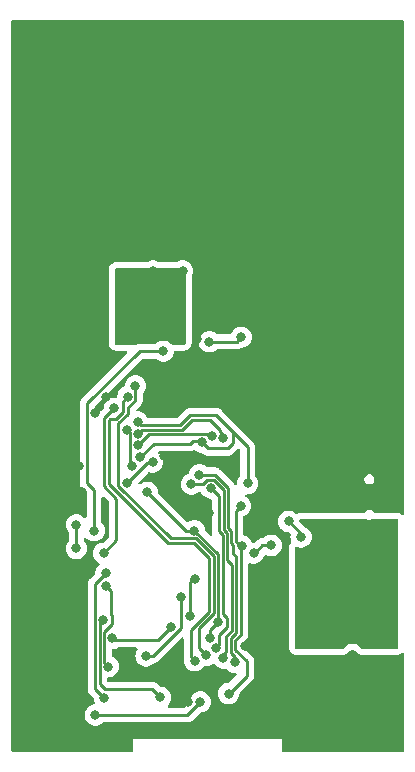
<source format=gbr>
%TF.GenerationSoftware,KiCad,Pcbnew,8.0.0*%
%TF.CreationDate,2024-03-03T14:06:41-06:00*%
%TF.ProjectId,Clock1,436c6f63-6b31-42e6-9b69-6361645f7063,4*%
%TF.SameCoordinates,Original*%
%TF.FileFunction,Copper,L2,Bot*%
%TF.FilePolarity,Positive*%
%FSLAX46Y46*%
G04 Gerber Fmt 4.6, Leading zero omitted, Abs format (unit mm)*
G04 Created by KiCad (PCBNEW 8.0.0) date 2024-03-03 14:06:41*
%MOMM*%
%LPD*%
G01*
G04 APERTURE LIST*
%TA.AperFunction,ViaPad*%
%ADD10C,0.800000*%
%TD*%
%TA.AperFunction,Conductor*%
%ADD11C,0.250000*%
%TD*%
G04 APERTURE END LIST*
D10*
%TO.N,GND*%
X150100000Y-124800000D03*
%TO.N,VDD*%
X148242504Y-130221815D03*
%TO.N,USB_PWR_5V*%
X143050000Y-107150000D03*
%TO.N,VDD*%
X141350000Y-104400000D03*
X140400000Y-105750000D03*
%TO.N,/PB1*%
X145250000Y-109900000D03*
%TO.N,VDD*%
X154900000Y-99900000D03*
%TO.N,GND*%
X142550000Y-97450000D03*
X145050000Y-95950000D03*
X164050000Y-115500000D03*
X146800000Y-98700000D03*
X144800000Y-112450000D03*
X144000000Y-106500000D03*
X165300000Y-121200000D03*
X165550000Y-125200000D03*
X160883722Y-123229000D03*
X153300000Y-111700000D03*
X144200000Y-109500000D03*
X142550000Y-99450000D03*
X159680411Y-122933000D03*
X145050000Y-98700000D03*
X147800000Y-93700000D03*
X146800000Y-95950000D03*
X161550000Y-116700000D03*
X150800000Y-123450000D03*
X149408297Y-108186638D03*
X163550000Y-125200000D03*
X145300000Y-93700000D03*
X142550000Y-95450000D03*
X148800000Y-115700000D03*
%TO.N,Net-(J3-VHDR)*%
X148808637Y-119780205D03*
X148439915Y-122911291D03*
%TO.N,Net-(D1-K)*%
X153817061Y-117606306D03*
X146777875Y-123861374D03*
X155300000Y-116950000D03*
X141833000Y-124815025D03*
%TO.N,Net-(J3-VDH)*%
X141306000Y-119307334D03*
X141179000Y-129900000D03*
%TO.N,Net-(J3-VDDD)*%
X145924163Y-129824163D03*
X141079000Y-123257025D03*
%TO.N,Net-(J3-VCOM)*%
X141306000Y-120381868D03*
X141506000Y-127200000D03*
%TO.N,Net-(D2-A)*%
X147660915Y-121278906D03*
X144700000Y-126300000D03*
%TO.N,/epaper/epaper.spi_cs*%
X149760015Y-126256523D03*
X143800000Y-103450000D03*
%TO.N,/epaper/epaper.spi_scl*%
X143148500Y-104360977D03*
X148808361Y-126709599D03*
%TO.N,/epaper/epaper.spi_sda*%
X140400000Y-131300000D03*
X141100837Y-117606000D03*
X149296122Y-130193351D03*
X142003589Y-105329848D03*
%TO.N,/epaper/epaper.gpio_bs*%
X152245944Y-126849291D03*
X149217613Y-110961434D03*
%TO.N,/epaper/epaper.gpio_dc*%
X150200000Y-112100000D03*
X150620012Y-125647158D03*
%TO.N,/epaper/epaper.gpio_busy_n*%
X152800000Y-116975000D03*
X152700000Y-113600000D03*
X151700000Y-129500000D03*
%TO.N,/epaper/epaper.gpio_reset_n*%
X148535555Y-111765000D03*
X151238986Y-126486986D03*
%TO.N,VDD*%
X165800000Y-101200000D03*
X162178779Y-126195164D03*
X149050000Y-99450000D03*
X164750000Y-129250000D03*
X150050000Y-114200000D03*
X146044450Y-111929426D03*
X154800000Y-109200000D03*
X153550000Y-115500000D03*
X146220950Y-109417697D03*
X165800000Y-95450000D03*
X139050000Y-110200000D03*
X139300000Y-112450000D03*
X153050000Y-125450000D03*
X134550000Y-115200000D03*
X141550000Y-101700000D03*
%TO.N,USB_DP*%
X144000000Y-107500000D03*
X151223332Y-107841181D03*
%TO.N,USB_DM*%
X144050000Y-108450000D03*
X150300000Y-107647002D03*
%TO.N,/nRESET*%
X152757725Y-99319000D03*
X150050000Y-99700000D03*
%TO.N,/PB1*%
X138800000Y-117200000D03*
X143050000Y-111700000D03*
X138800000Y-115200000D03*
%TO.N,/PB2*%
X146165742Y-100500000D03*
X140300000Y-115700000D03*
%TO.N,USB_PWR_5V*%
X156776490Y-114921354D03*
X143500000Y-110200000D03*
X157827000Y-116231501D03*
%TD*%
D11*
%TO.N,GND*%
X150100000Y-124800000D02*
X150100000Y-124150000D01*
%TO.N,/epaper/epaper.gpio_dc*%
X150900000Y-125367170D02*
X150620012Y-125647158D01*
X150900000Y-124533158D02*
X150900000Y-125367170D01*
X151177000Y-122725327D02*
X151579000Y-123127327D01*
X151579000Y-123127327D02*
X151579000Y-123854158D01*
X151177000Y-116043841D02*
X151177000Y-122725327D01*
X150200000Y-112100000D02*
X150900000Y-112800000D01*
%TO.N,/epaper/epaper.spi_cs*%
X143800000Y-104631545D02*
X143800000Y-103450000D01*
X143159589Y-105808680D02*
X143159589Y-105271956D01*
X142343086Y-106625183D02*
X143159589Y-105808680D01*
%TO.N,GND*%
X150100000Y-124150000D02*
X150800000Y-123450000D01*
%TO.N,/epaper/epaper.spi_cs*%
X146779932Y-116352000D02*
X142343086Y-111915154D01*
X148918842Y-116352000D02*
X146779932Y-116352000D01*
X150423000Y-117856158D02*
X148918842Y-116352000D01*
X150423000Y-122700000D02*
X150423000Y-117856158D01*
X149171000Y-125667508D02*
X149171000Y-123952000D01*
X149760015Y-126256523D02*
X149171000Y-125667508D01*
X143159589Y-105271956D02*
X143800000Y-104631545D01*
X142343086Y-111915154D02*
X142343086Y-106625183D01*
%TO.N,/epaper/epaper.spi_scl*%
X148521000Y-126422238D02*
X148808361Y-126709599D01*
X150016842Y-122573000D02*
X148521000Y-124068842D01*
%TO.N,/epaper/epaper.gpio_dc*%
X151579000Y-123854158D02*
X150900000Y-124533158D01*
%TO.N,/epaper/epaper.spi_scl*%
X150016842Y-117983158D02*
X150016842Y-122573000D01*
X148521000Y-124068842D02*
X148521000Y-126422238D01*
X148762684Y-116729000D02*
X150016842Y-117983158D01*
%TO.N,/epaper/epaper.gpio_dc*%
X150900000Y-115766842D02*
X151177000Y-116043841D01*
%TO.N,/epaper/epaper.spi_scl*%
X146579000Y-116729000D02*
X148762684Y-116729000D01*
%TO.N,/epaper/epaper.spi_cs*%
X149171000Y-123952000D02*
X150423000Y-122700000D01*
%TO.N,/epaper/epaper.spi_scl*%
X141571000Y-111721000D02*
X146579000Y-116729000D01*
X142186927Y-106248183D02*
X141618412Y-106248183D01*
%TO.N,/epaper/epaper.gpio_dc*%
X150900000Y-112800000D02*
X150900000Y-115766842D01*
%TO.N,/epaper/epaper.spi_scl*%
X142782589Y-105652521D02*
X142186927Y-106248183D01*
X143148500Y-104360977D02*
X142782589Y-104726888D01*
X141571000Y-106295595D02*
X141571000Y-111721000D01*
X141618412Y-106248183D02*
X141571000Y-106295595D01*
X142782589Y-104726888D02*
X142782589Y-105652521D01*
%TO.N,/epaper/epaper.spi_sda*%
X148189473Y-131300000D02*
X149296122Y-130193351D01*
X140400000Y-131300000D02*
X148189473Y-131300000D01*
%TO.N,Net-(J3-VCOM)*%
X141154000Y-126848000D02*
X141506000Y-127200000D01*
X141858000Y-123579698D02*
X141154000Y-124283698D01*
%TO.N,Net-(J3-VDDD)*%
X140777000Y-123559025D02*
X141079000Y-123257025D01*
X140777000Y-128699068D02*
X140777000Y-123559025D01*
%TO.N,Net-(J3-VCOM)*%
X141708000Y-122784352D02*
X141858000Y-122934352D01*
%TO.N,Net-(J3-VDDD)*%
X145221000Y-129121000D02*
X141198932Y-129121000D01*
%TO.N,Net-(J3-VCOM)*%
X141306000Y-120381868D02*
X141708000Y-120783868D01*
%TO.N,Net-(J3-VDDD)*%
X146000000Y-129900000D02*
X145221000Y-129121000D01*
%TO.N,Net-(J3-VCOM)*%
X141858000Y-122934352D02*
X141858000Y-123579698D01*
%TO.N,Net-(J3-VDDD)*%
X141198932Y-129121000D02*
X140777000Y-128699068D01*
%TO.N,Net-(D1-K)*%
X145689249Y-124950000D02*
X141967975Y-124950000D01*
X146777875Y-123861374D02*
X145689249Y-124950000D01*
%TO.N,Net-(J3-VCOM)*%
X141708000Y-120783868D02*
X141708000Y-122784352D01*
%TO.N,Net-(D1-K)*%
X141967975Y-124950000D02*
X141833000Y-124815025D01*
%TO.N,Net-(J3-VDH)*%
X141179000Y-129900000D02*
X140400000Y-129121000D01*
X140400000Y-129121000D02*
X140400000Y-120213334D01*
X140400000Y-120213334D02*
X141306000Y-119307334D01*
%TO.N,Net-(J3-VCOM)*%
X141154000Y-124283698D02*
X141154000Y-126848000D01*
%TO.N,/epaper/epaper.spi_sda*%
X141153693Y-106179744D02*
X142003589Y-105329848D01*
X141153693Y-106646307D02*
X141153693Y-106179744D01*
X141100000Y-106700000D02*
X141153693Y-106646307D01*
X141100000Y-111915024D02*
X141100000Y-106700000D01*
X142186706Y-116520131D02*
X142186706Y-113001730D01*
X141100837Y-117606000D02*
X142186706Y-116520131D01*
X142186706Y-113001730D02*
X141100000Y-111915024D01*
%TO.N,USB_PWR_5V*%
X143150000Y-107150000D02*
X143050000Y-107150000D01*
X143348000Y-107348000D02*
X143150000Y-107150000D01*
X143348000Y-110048000D02*
X143348000Y-107348000D01*
X143500000Y-110200000D02*
X143348000Y-110048000D01*
%TO.N,VDD*%
X141200000Y-104550000D02*
X141350000Y-104400000D01*
%TO.N,/PB2*%
X140300000Y-112250000D02*
X139721000Y-111671000D01*
X144148327Y-100500000D02*
X146165742Y-100500000D01*
%TO.N,VDD*%
X140400000Y-105350000D02*
X141200000Y-104550000D01*
%TO.N,/PB2*%
X140300000Y-115700000D02*
X140300000Y-112250000D01*
X139721000Y-104927327D02*
X144148327Y-100500000D01*
%TO.N,VDD*%
X140400000Y-105750000D02*
X140400000Y-105350000D01*
%TO.N,/PB2*%
X139721000Y-111671000D02*
X139721000Y-104927327D01*
%TO.N,VDD*%
X146044450Y-111929426D02*
X146220950Y-111752926D01*
%TO.N,/PB1*%
X145200000Y-109950000D02*
X145250000Y-109900000D01*
%TO.N,VDD*%
X146220950Y-111752926D02*
X146220950Y-109417697D01*
%TO.N,/PB1*%
X144800000Y-109950000D02*
X145200000Y-109950000D01*
X143050000Y-111700000D02*
X144800000Y-109950000D01*
%TO.N,GND*%
X147586204Y-106780638D02*
X148443842Y-105923000D01*
X149950659Y-108729000D02*
X149408297Y-108186638D01*
X151622673Y-108729000D02*
X149950659Y-108729000D01*
X145373000Y-108327000D02*
X148456159Y-108327000D01*
X148443842Y-105923000D02*
X150623000Y-105923000D01*
X144200000Y-109500000D02*
X145373000Y-108327000D01*
X144000000Y-106500000D02*
X144280638Y-106780638D01*
X148677000Y-108106159D02*
X149327818Y-108106159D01*
X149327818Y-108106159D02*
X149408297Y-108186638D01*
X151900000Y-107200000D02*
X152079000Y-107379000D01*
X148456159Y-108327000D02*
X148677000Y-108106159D01*
X151900000Y-107200000D02*
X153300000Y-108600000D01*
X152079000Y-107379000D02*
X152079000Y-108272673D01*
X144800000Y-112450000D02*
X148050000Y-115700000D01*
X150623000Y-105923000D02*
X151900000Y-107200000D01*
X150800000Y-117700000D02*
X148800000Y-115700000D01*
X152079000Y-108272673D02*
X151622673Y-108729000D01*
X144280638Y-106780638D02*
X147586204Y-106780638D01*
X150800000Y-123450000D02*
X150800000Y-117700000D01*
X153300000Y-108600000D02*
X153300000Y-111700000D01*
X148050000Y-115700000D02*
X148800000Y-115700000D01*
%TO.N,Net-(J3-VHDR)*%
X148719795Y-119780205D02*
X148808637Y-119780205D01*
X148439915Y-120060085D02*
X148719795Y-119780205D01*
X148439915Y-122911291D02*
X148439915Y-120060085D01*
%TO.N,Net-(D1-K)*%
X153893694Y-117606306D02*
X153817061Y-117606306D01*
X153893694Y-117606306D02*
X154550000Y-116950000D01*
X154550000Y-116950000D02*
X155300000Y-116950000D01*
%TO.N,Net-(D2-A)*%
X147660915Y-123900402D02*
X147660915Y-121278906D01*
X144700000Y-126300000D02*
X145261317Y-126300000D01*
X145261317Y-126300000D02*
X147660915Y-123900402D01*
%TO.N,/epaper/epaper.gpio_bs*%
X151931000Y-116769690D02*
X151931001Y-115731525D01*
X151931001Y-115731525D02*
X151654000Y-115454523D01*
X152102174Y-117652698D02*
X152102174Y-116940864D01*
X150516660Y-110961434D02*
X149217613Y-110961434D01*
X152245944Y-126849291D02*
X152245944Y-126392271D01*
X152102174Y-116940864D02*
X151931000Y-116769690D01*
X152245944Y-126392271D02*
X151885731Y-126032058D01*
X151885731Y-124782258D02*
X152333000Y-124334989D01*
X151654000Y-112098773D02*
X150516660Y-110961434D01*
X151885731Y-126032058D02*
X151885731Y-124782258D01*
X152333000Y-117883524D02*
X152102174Y-117652698D01*
X152333000Y-124334989D02*
X152333000Y-117883524D01*
X151654000Y-115454523D02*
X151654000Y-112098773D01*
%TO.N,/epaper/epaper.gpio_busy_n*%
X152800000Y-116975000D02*
X152669468Y-116975000D01*
X152669468Y-116975000D02*
X152521000Y-116826532D01*
X152710000Y-124491147D02*
X152710000Y-117015532D01*
X152271000Y-124930147D02*
X152710000Y-124491147D01*
X151700000Y-129500000D02*
X153227327Y-127972673D01*
X153227327Y-127972673D02*
X153227327Y-126729000D01*
X152308001Y-113991999D02*
X152700000Y-113600000D01*
X152308001Y-116613533D02*
X152308001Y-113991999D01*
X152710000Y-117015532D02*
X152521000Y-116826532D01*
X152271000Y-125772673D02*
X152271000Y-124930147D01*
X153227327Y-126729000D02*
X152271000Y-125772673D01*
X152521000Y-116826532D02*
X152308001Y-116613533D01*
%TO.N,/epaper/epaper.gpio_reset_n*%
X151554000Y-118190505D02*
X151956000Y-118592505D01*
X151508731Y-124626100D02*
X151508731Y-125960809D01*
X151956000Y-124178831D02*
X151508731Y-124626100D01*
X149852000Y-111448000D02*
X150470068Y-111448000D01*
X150470068Y-111448000D02*
X151277000Y-112254932D01*
X151554000Y-115887683D02*
X151554000Y-118190505D01*
X151508731Y-125960809D02*
X151238986Y-126230554D01*
X149535000Y-111765000D02*
X149852000Y-111448000D01*
X151277000Y-115610682D02*
X151554000Y-115887683D01*
X151277000Y-112254932D02*
X151277000Y-115610682D01*
X151956000Y-118592505D02*
X151956000Y-124178831D01*
X151238986Y-126230554D02*
X151238986Y-126486986D01*
X148535555Y-111765000D02*
X149535000Y-111765000D01*
%TO.N,USB_DP*%
X151000000Y-107200000D02*
X151000000Y-107359981D01*
X151000000Y-107200000D02*
X150900000Y-107100000D01*
X150900000Y-107100000D02*
X150900000Y-107200000D01*
X151000000Y-107359981D02*
X151223332Y-107583313D01*
X147742362Y-107157638D02*
X148600000Y-106300000D01*
X150100000Y-106300000D02*
X150900000Y-107100000D01*
X148600000Y-106300000D02*
X150100000Y-106300000D01*
X144000000Y-107500000D02*
X144342362Y-107157638D01*
X144342362Y-107157638D02*
X147742362Y-107157638D01*
X151223332Y-107583313D02*
X151223332Y-107841181D01*
X150900000Y-107200000D02*
X151000000Y-107200000D01*
%TO.N,USB_DM*%
X144965362Y-107534638D02*
X147965362Y-107534638D01*
X149884638Y-107534638D02*
X149997002Y-107647002D01*
X144050000Y-108450000D02*
X144965362Y-107534638D01*
X149997002Y-107647002D02*
X150300000Y-107647002D01*
X147965362Y-107534638D02*
X149884638Y-107534638D01*
%TO.N,/nRESET*%
X150050000Y-99700000D02*
X152376725Y-99700000D01*
X152376725Y-99700000D02*
X152757725Y-99319000D01*
%TO.N,/PB1*%
X138800000Y-115200000D02*
X138800000Y-117200000D01*
%TO.N,USB_PWR_5V*%
X157827000Y-115971864D02*
X157827000Y-116231501D01*
X156776490Y-114921354D02*
X157827000Y-115971864D01*
%TD*%
%TA.AperFunction,Conductor*%
%TO.N,GND*%
G36*
X147993039Y-93469685D02*
G01*
X148038794Y-93522489D01*
X148050000Y-93574000D01*
X148050000Y-99826000D01*
X148030315Y-99893039D01*
X147977511Y-99938794D01*
X147926000Y-99950000D01*
X146937470Y-99950000D01*
X146870431Y-99930315D01*
X146845320Y-99908972D01*
X146835924Y-99898537D01*
X146771613Y-99827112D01*
X146771612Y-99827111D01*
X146618476Y-99715851D01*
X146618471Y-99715848D01*
X146445549Y-99638857D01*
X146445544Y-99638855D01*
X146299743Y-99607865D01*
X146260388Y-99599500D01*
X146071096Y-99599500D01*
X146038639Y-99606398D01*
X145885939Y-99638855D01*
X145885934Y-99638857D01*
X145713012Y-99715848D01*
X145713007Y-99715851D01*
X145559872Y-99827110D01*
X145559868Y-99827114D01*
X145554142Y-99833474D01*
X145494655Y-99870121D01*
X145461994Y-99874500D01*
X144086716Y-99874500D01*
X144026298Y-99886518D01*
X143965875Y-99898537D01*
X143965870Y-99898538D01*
X143931873Y-99912620D01*
X143918724Y-99918067D01*
X143864419Y-99940561D01*
X143816967Y-99950000D01*
X142174000Y-99950000D01*
X142106961Y-99930315D01*
X142061206Y-99877511D01*
X142050000Y-99826000D01*
X142050000Y-93574000D01*
X142069685Y-93506961D01*
X142122489Y-93461206D01*
X142174000Y-93450000D01*
X147926000Y-93450000D01*
X147993039Y-93469685D01*
G37*
%TD.AperFunction*%
%TD*%
%TA.AperFunction,Conductor*%
%TO.N,VDD*%
G36*
X152569170Y-108769606D02*
G01*
X152613517Y-108798107D01*
X152638181Y-108822771D01*
X152671666Y-108884094D01*
X152674500Y-108910452D01*
X152674500Y-111001312D01*
X152654815Y-111068351D01*
X152642650Y-111084284D01*
X152567466Y-111167784D01*
X152472821Y-111331715D01*
X152472818Y-111331722D01*
X152445143Y-111416899D01*
X152414326Y-111511744D01*
X152396525Y-111681114D01*
X152395775Y-111688253D01*
X152369190Y-111752867D01*
X152311893Y-111792852D01*
X152242074Y-111795512D01*
X152181900Y-111760003D01*
X152169351Y-111744180D01*
X152139859Y-111700041D01*
X152139855Y-111700036D01*
X152049637Y-111609818D01*
X152049606Y-111609789D01*
X151009588Y-110569772D01*
X151009585Y-110569768D01*
X151009585Y-110569769D01*
X151002518Y-110562702D01*
X151002518Y-110562701D01*
X150915393Y-110475576D01*
X150915392Y-110475575D01*
X150915391Y-110475574D01*
X150884514Y-110454943D01*
X150867234Y-110434267D01*
X150812948Y-110407123D01*
X150788313Y-110396919D01*
X150746263Y-110379501D01*
X150724550Y-110370507D01*
X150699118Y-110359973D01*
X150699106Y-110359969D01*
X150578270Y-110335934D01*
X150578266Y-110335934D01*
X149921361Y-110335934D01*
X149854322Y-110316249D01*
X149829213Y-110294908D01*
X149823486Y-110288548D01*
X149823482Y-110288544D01*
X149670347Y-110177285D01*
X149670342Y-110177282D01*
X149497420Y-110100291D01*
X149497415Y-110100289D01*
X149351614Y-110069299D01*
X149312259Y-110060934D01*
X149122967Y-110060934D01*
X149090510Y-110067832D01*
X148937810Y-110100289D01*
X148937805Y-110100291D01*
X148764883Y-110177282D01*
X148764878Y-110177285D01*
X148611742Y-110288545D01*
X148485079Y-110429219D01*
X148390434Y-110593149D01*
X148390431Y-110593156D01*
X148331940Y-110773173D01*
X148331938Y-110773183D01*
X148328752Y-110803490D01*
X148302166Y-110868103D01*
X148255869Y-110903803D01*
X148082822Y-110980850D01*
X148082820Y-110980851D01*
X147929684Y-111092111D01*
X147803021Y-111232785D01*
X147708376Y-111396715D01*
X147708373Y-111396722D01*
X147658733Y-111549500D01*
X147649881Y-111576744D01*
X147630095Y-111765000D01*
X147649881Y-111953256D01*
X147649882Y-111953259D01*
X147708373Y-112133277D01*
X147708376Y-112133284D01*
X147803022Y-112297216D01*
X147904740Y-112410185D01*
X147929684Y-112437888D01*
X148082820Y-112549148D01*
X148082825Y-112549151D01*
X148255747Y-112626142D01*
X148255752Y-112626144D01*
X148440909Y-112665500D01*
X148440910Y-112665500D01*
X148630199Y-112665500D01*
X148630201Y-112665500D01*
X148815358Y-112626144D01*
X148988285Y-112549151D01*
X149141426Y-112437888D01*
X149144343Y-112434647D01*
X149147155Y-112431526D01*
X149206642Y-112394879D01*
X149239303Y-112390500D01*
X149257663Y-112390500D01*
X149324702Y-112410185D01*
X149370457Y-112462989D01*
X149370942Y-112464062D01*
X149372823Y-112468288D01*
X149381980Y-112484148D01*
X149467467Y-112632216D01*
X149591068Y-112769488D01*
X149594129Y-112772888D01*
X149747265Y-112884148D01*
X149747270Y-112884151D01*
X149920192Y-112961142D01*
X149920197Y-112961144D01*
X150105354Y-113000500D01*
X150150500Y-113000500D01*
X150217539Y-113020185D01*
X150263294Y-113072989D01*
X150274500Y-113124500D01*
X150274500Y-115828454D01*
X150293236Y-115922645D01*
X150298537Y-115949294D01*
X150314798Y-115988551D01*
X150317825Y-115995859D01*
X150325293Y-116065329D01*
X150294017Y-116127808D01*
X150233928Y-116163460D01*
X150164103Y-116160965D01*
X150115582Y-116130992D01*
X149738960Y-115754370D01*
X149705475Y-115693047D01*
X149703323Y-115679671D01*
X149685674Y-115511744D01*
X149627179Y-115331716D01*
X149532533Y-115167784D01*
X149405871Y-115027112D01*
X149405870Y-115027111D01*
X149252734Y-114915851D01*
X149252729Y-114915848D01*
X149079807Y-114838857D01*
X149079802Y-114838855D01*
X148934001Y-114807865D01*
X148894646Y-114799500D01*
X148705354Y-114799500D01*
X148672897Y-114806398D01*
X148520197Y-114838855D01*
X148520192Y-114838857D01*
X148347270Y-114915848D01*
X148318945Y-114936428D01*
X148253138Y-114959907D01*
X148185085Y-114944081D01*
X148158380Y-114923790D01*
X145738960Y-112504370D01*
X145705475Y-112443047D01*
X145703323Y-112429671D01*
X145685674Y-112261744D01*
X145627179Y-112081716D01*
X145532533Y-111917784D01*
X145405871Y-111777112D01*
X145405870Y-111777111D01*
X145252734Y-111665851D01*
X145252729Y-111665848D01*
X145079807Y-111588857D01*
X145079802Y-111588855D01*
X144932100Y-111557461D01*
X144894646Y-111549500D01*
X144705354Y-111549500D01*
X144672897Y-111556398D01*
X144520197Y-111588855D01*
X144520192Y-111588857D01*
X144347270Y-111665848D01*
X144347265Y-111665851D01*
X144237693Y-111745460D01*
X144171886Y-111768940D01*
X144103833Y-111753114D01*
X144055138Y-111703008D01*
X144041263Y-111634530D01*
X144066612Y-111569421D01*
X144077119Y-111557469D01*
X144843443Y-110791145D01*
X144904764Y-110757662D01*
X144963665Y-110760612D01*
X144963840Y-110759793D01*
X144968934Y-110760875D01*
X144969456Y-110760902D01*
X144970184Y-110761138D01*
X144970197Y-110761144D01*
X145155354Y-110800500D01*
X145155355Y-110800500D01*
X145344644Y-110800500D01*
X145344646Y-110800500D01*
X145529803Y-110761144D01*
X145702730Y-110684151D01*
X145855871Y-110572888D01*
X145982533Y-110432216D01*
X146077179Y-110268284D01*
X146135674Y-110088256D01*
X146155460Y-109900000D01*
X146135674Y-109711744D01*
X146077179Y-109531716D01*
X145982533Y-109367784D01*
X145855871Y-109227112D01*
X145839003Y-109214857D01*
X145786647Y-109176818D01*
X145743981Y-109121489D01*
X145738002Y-109051875D01*
X145770607Y-108990080D01*
X145831446Y-108955723D01*
X145859532Y-108952500D01*
X148517766Y-108952500D01*
X148578188Y-108940481D01*
X148638611Y-108928463D01*
X148679680Y-108911451D01*
X148679682Y-108911451D01*
X148707280Y-108900019D01*
X148739217Y-108886790D01*
X148808685Y-108879321D01*
X148859555Y-108901033D01*
X148955562Y-108970786D01*
X148955567Y-108970789D01*
X149128489Y-109047780D01*
X149128494Y-109047782D01*
X149313651Y-109087138D01*
X149372844Y-109087138D01*
X149439883Y-109106823D01*
X149460520Y-109123452D01*
X149513886Y-109176818D01*
X149551927Y-109214859D01*
X149654371Y-109283310D01*
X149654374Y-109283312D01*
X149691129Y-109298536D01*
X149691130Y-109298537D01*
X149691131Y-109298537D01*
X149768207Y-109330463D01*
X149788256Y-109334451D01*
X149821855Y-109341134D01*
X149889051Y-109354501D01*
X149889053Y-109354501D01*
X150018380Y-109354501D01*
X150018400Y-109354500D01*
X151684281Y-109354500D01*
X151684281Y-109354499D01*
X151762929Y-109338856D01*
X151762930Y-109338856D01*
X151785080Y-109334450D01*
X151805125Y-109330463D01*
X151838465Y-109316652D01*
X151918959Y-109283312D01*
X151983464Y-109240210D01*
X152021406Y-109214858D01*
X152108531Y-109127733D01*
X152108532Y-109127731D01*
X152115598Y-109120665D01*
X152115601Y-109120661D01*
X152438155Y-108798107D01*
X152499478Y-108764622D01*
X152569170Y-108769606D01*
G37*
%TD.AperFunction*%
%TA.AperFunction,Conductor*%
G36*
X166493039Y-72469685D02*
G01*
X166538794Y-72522489D01*
X166550000Y-72574000D01*
X166550000Y-114268708D01*
X166530315Y-114335747D01*
X166477511Y-114381502D01*
X166408353Y-114391446D01*
X166344797Y-114362421D01*
X166344797Y-114362420D01*
X166266339Y-114294435D01*
X166266331Y-114294430D01*
X166135465Y-114234664D01*
X166135460Y-114234662D01*
X166135459Y-114234662D01*
X166068420Y-114214977D01*
X166068422Y-114214977D01*
X166068417Y-114214976D01*
X166020944Y-114208150D01*
X165926000Y-114194500D01*
X164072299Y-114194500D01*
X164005260Y-114174815D01*
X163971981Y-114143385D01*
X163902394Y-114047606D01*
X163902393Y-114047605D01*
X163794150Y-113968963D01*
X163794149Y-113968962D01*
X163708246Y-113941050D01*
X163666900Y-113927616D01*
X163666899Y-113927616D01*
X163533101Y-113927616D01*
X163533099Y-113927616D01*
X163450407Y-113954484D01*
X163405851Y-113968962D01*
X163405850Y-113968962D01*
X163405849Y-113968963D01*
X163297606Y-114047605D01*
X163297605Y-114047606D01*
X163228019Y-114143385D01*
X163172690Y-114186051D01*
X163127701Y-114194500D01*
X157796396Y-114194500D01*
X157663254Y-114212351D01*
X157663245Y-114212352D01*
X157600227Y-114229560D01*
X157510300Y-114267563D01*
X157440886Y-114275527D01*
X157389034Y-114250336D01*
X157387619Y-114252285D01*
X157229224Y-114137205D01*
X157229219Y-114137202D01*
X157056297Y-114060211D01*
X157056292Y-114060209D01*
X156910491Y-114029219D01*
X156871136Y-114020854D01*
X156681844Y-114020854D01*
X156669772Y-114023420D01*
X156496687Y-114060209D01*
X156496682Y-114060211D01*
X156323760Y-114137202D01*
X156323755Y-114137205D01*
X156170619Y-114248465D01*
X156043956Y-114389139D01*
X155949311Y-114553069D01*
X155949308Y-114553076D01*
X155890817Y-114733094D01*
X155890816Y-114733098D01*
X155871030Y-114921354D01*
X155890816Y-115109610D01*
X155890817Y-115109613D01*
X155949308Y-115289631D01*
X155949311Y-115289638D01*
X156043957Y-115453570D01*
X156147240Y-115568277D01*
X156170619Y-115594242D01*
X156323755Y-115705502D01*
X156323760Y-115705505D01*
X156496682Y-115782496D01*
X156496687Y-115782498D01*
X156681844Y-115821854D01*
X156741038Y-115821854D01*
X156808077Y-115841539D01*
X156828719Y-115858173D01*
X156906422Y-115935876D01*
X156939907Y-115997199D01*
X156940009Y-116036572D01*
X156942006Y-116036782D01*
X156941327Y-116043241D01*
X156941326Y-116043245D01*
X156921540Y-116231501D01*
X156941326Y-116419757D01*
X156941327Y-116419760D01*
X156999820Y-116599783D01*
X157000624Y-116601589D01*
X157000776Y-116602726D01*
X157001829Y-116605966D01*
X157001236Y-116606158D01*
X157009907Y-116670839D01*
X156981056Y-116733225D01*
X156894432Y-116833192D01*
X156894430Y-116833196D01*
X156834664Y-116964062D01*
X156814976Y-117031110D01*
X156801325Y-117126056D01*
X156794500Y-117173528D01*
X156794500Y-125576000D01*
X156794501Y-125576009D01*
X156806052Y-125683450D01*
X156806054Y-125683462D01*
X156817260Y-125734972D01*
X156851383Y-125837497D01*
X156851386Y-125837503D01*
X156929171Y-125958537D01*
X156929179Y-125958548D01*
X156974923Y-126011340D01*
X156974926Y-126011343D01*
X156974930Y-126011347D01*
X157083664Y-126105567D01*
X157083667Y-126105568D01*
X157083668Y-126105569D01*
X157177925Y-126148616D01*
X157214541Y-126165338D01*
X157281580Y-126185023D01*
X157281584Y-126185024D01*
X157424000Y-126205500D01*
X157424003Y-126205500D01*
X161357666Y-126205500D01*
X161357676Y-126205500D01*
X161424845Y-126201017D01*
X161424864Y-126201014D01*
X161424869Y-126201014D01*
X161445063Y-126198306D01*
X161457508Y-126196638D01*
X161457509Y-126196637D01*
X161457516Y-126196637D01*
X161514834Y-126185023D01*
X161523496Y-126183268D01*
X161655489Y-126126000D01*
X161714976Y-126089351D01*
X161825486Y-125997217D01*
X161904298Y-125909685D01*
X161923550Y-125892349D01*
X161969656Y-125858851D01*
X161992091Y-125845900D01*
X162044136Y-125822727D01*
X162068778Y-125814720D01*
X162124522Y-125802872D01*
X162150293Y-125800164D01*
X162207263Y-125800164D01*
X162233043Y-125802873D01*
X162288767Y-125814717D01*
X162313421Y-125822728D01*
X162322246Y-125826657D01*
X162365456Y-125845895D01*
X162387899Y-125858852D01*
X162423213Y-125884509D01*
X162434001Y-125892347D01*
X162453265Y-125909693D01*
X162532074Y-125997219D01*
X162580364Y-126044149D01*
X162580369Y-126044153D01*
X162605455Y-126065475D01*
X162605466Y-126065483D01*
X162605469Y-126065486D01*
X162659546Y-126105567D01*
X162790423Y-126165338D01*
X162857462Y-126185023D01*
X162857466Y-126185024D01*
X162999882Y-126205500D01*
X162999885Y-126205500D01*
X165925990Y-126205500D01*
X165926000Y-126205500D01*
X166033456Y-126193947D01*
X166084967Y-126182741D01*
X166119197Y-126171347D01*
X166187497Y-126148616D01*
X166187501Y-126148613D01*
X166187504Y-126148613D01*
X166308543Y-126070825D01*
X166344797Y-126039411D01*
X166408352Y-126010385D01*
X166477511Y-126020328D01*
X166530315Y-126066083D01*
X166550000Y-126133122D01*
X166550000Y-134326000D01*
X166530315Y-134393039D01*
X166477511Y-134438794D01*
X166426000Y-134450000D01*
X156324000Y-134450000D01*
X156256961Y-134430315D01*
X156211206Y-134377511D01*
X156200000Y-134326000D01*
X156200000Y-133300000D01*
X143600000Y-133300000D01*
X143600000Y-134326000D01*
X143580315Y-134393039D01*
X143527511Y-134438794D01*
X143476000Y-134450000D01*
X133424000Y-134450000D01*
X133356961Y-134430315D01*
X133311206Y-134377511D01*
X133300000Y-134326000D01*
X133300000Y-117200000D01*
X137894540Y-117200000D01*
X137914326Y-117388256D01*
X137914327Y-117388259D01*
X137972818Y-117568277D01*
X137972821Y-117568284D01*
X138067467Y-117732216D01*
X138143396Y-117816543D01*
X138194129Y-117872888D01*
X138347265Y-117984148D01*
X138347270Y-117984151D01*
X138520192Y-118061142D01*
X138520197Y-118061144D01*
X138705354Y-118100500D01*
X138705355Y-118100500D01*
X138894644Y-118100500D01*
X138894646Y-118100500D01*
X139079803Y-118061144D01*
X139252730Y-117984151D01*
X139405871Y-117872888D01*
X139532533Y-117732216D01*
X139627179Y-117568284D01*
X139685674Y-117388256D01*
X139705460Y-117200000D01*
X139685674Y-117011744D01*
X139627179Y-116831716D01*
X139532533Y-116667784D01*
X139489617Y-116620121D01*
X139457350Y-116584284D01*
X139427120Y-116521292D01*
X139425500Y-116501312D01*
X139425500Y-116397576D01*
X139445185Y-116330537D01*
X139497989Y-116284782D01*
X139567147Y-116274838D01*
X139630703Y-116303863D01*
X139641647Y-116314601D01*
X139650560Y-116324500D01*
X139694129Y-116372888D01*
X139847265Y-116484148D01*
X139847270Y-116484151D01*
X140020192Y-116561142D01*
X140020197Y-116561144D01*
X140205354Y-116600500D01*
X140205355Y-116600500D01*
X140394644Y-116600500D01*
X140394646Y-116600500D01*
X140579803Y-116561144D01*
X140752730Y-116484151D01*
X140905871Y-116372888D01*
X141032533Y-116232216D01*
X141127179Y-116068284D01*
X141185674Y-115888256D01*
X141205460Y-115700000D01*
X141185674Y-115511744D01*
X141127179Y-115331716D01*
X141032533Y-115167784D01*
X140980153Y-115109610D01*
X140957350Y-115084284D01*
X140927120Y-115021292D01*
X140925500Y-115001312D01*
X140925500Y-112924476D01*
X140945185Y-112857437D01*
X140997989Y-112811682D01*
X141067147Y-112801738D01*
X141130703Y-112830763D01*
X141137181Y-112836795D01*
X141524887Y-113224501D01*
X141558372Y-113285824D01*
X141561206Y-113312182D01*
X141561206Y-116209678D01*
X141541521Y-116276717D01*
X141524887Y-116297359D01*
X141153066Y-116669181D01*
X141091743Y-116702666D01*
X141065385Y-116705500D01*
X141006191Y-116705500D01*
X140973734Y-116712398D01*
X140821034Y-116744855D01*
X140821029Y-116744857D01*
X140648107Y-116821848D01*
X140648102Y-116821851D01*
X140494966Y-116933111D01*
X140368303Y-117073785D01*
X140273658Y-117237715D01*
X140273655Y-117237722D01*
X140215164Y-117417740D01*
X140215163Y-117417744D01*
X140195377Y-117606000D01*
X140215163Y-117794256D01*
X140215164Y-117794259D01*
X140273655Y-117974277D01*
X140273658Y-117974284D01*
X140368304Y-118138216D01*
X140461975Y-118242248D01*
X140494966Y-118278888D01*
X140648102Y-118390148D01*
X140648104Y-118390149D01*
X140648107Y-118390151D01*
X140692641Y-118409979D01*
X140745877Y-118455230D01*
X140766198Y-118522079D01*
X140747152Y-118589303D01*
X140715092Y-118623574D01*
X140700130Y-118634445D01*
X140700129Y-118634445D01*
X140573466Y-118775119D01*
X140478821Y-118939049D01*
X140478818Y-118939056D01*
X140424147Y-119107317D01*
X140420326Y-119119078D01*
X140406777Y-119247990D01*
X140402679Y-119286984D01*
X140376094Y-119351598D01*
X140367038Y-119361703D01*
X140001269Y-119727474D01*
X140001267Y-119727476D01*
X139973753Y-119754990D01*
X139914142Y-119814600D01*
X139890721Y-119849653D01*
X139890720Y-119849654D01*
X139845690Y-119917043D01*
X139845685Y-119917052D01*
X139812347Y-119997541D01*
X139806823Y-120010877D01*
X139798537Y-120030879D01*
X139798535Y-120030887D01*
X139774500Y-120151723D01*
X139774500Y-129182611D01*
X139785957Y-129240208D01*
X139785957Y-129240209D01*
X139798535Y-129303445D01*
X139798538Y-129303456D01*
X139807282Y-129324564D01*
X139807283Y-129324568D01*
X139845685Y-129417281D01*
X139845687Y-129417284D01*
X139859792Y-129438393D01*
X139859793Y-129438395D01*
X139914140Y-129519731D01*
X139914141Y-129519732D01*
X139914142Y-129519733D01*
X140001267Y-129606858D01*
X140001268Y-129606858D01*
X140008335Y-129613925D01*
X140008334Y-129613925D01*
X140008338Y-129613928D01*
X140240038Y-129845629D01*
X140273523Y-129906952D01*
X140275678Y-129920348D01*
X140283968Y-129999227D01*
X140293326Y-130088256D01*
X140293327Y-130088259D01*
X140346142Y-130250809D01*
X140348137Y-130320651D01*
X140312056Y-130380483D01*
X140253992Y-130410417D01*
X140120197Y-130438855D01*
X140120192Y-130438857D01*
X139947270Y-130515848D01*
X139947265Y-130515851D01*
X139794129Y-130627111D01*
X139667466Y-130767785D01*
X139572821Y-130931715D01*
X139572818Y-130931722D01*
X139519219Y-131096685D01*
X139514326Y-131111744D01*
X139494540Y-131300000D01*
X139514326Y-131488256D01*
X139514327Y-131488259D01*
X139572818Y-131668277D01*
X139572821Y-131668284D01*
X139667467Y-131832216D01*
X139788401Y-131966526D01*
X139794129Y-131972888D01*
X139947265Y-132084148D01*
X139947270Y-132084151D01*
X140120192Y-132161142D01*
X140120197Y-132161144D01*
X140305354Y-132200500D01*
X140305355Y-132200500D01*
X140494644Y-132200500D01*
X140494646Y-132200500D01*
X140679803Y-132161144D01*
X140852730Y-132084151D01*
X141005871Y-131972888D01*
X141008788Y-131969647D01*
X141011600Y-131966526D01*
X141071087Y-131929879D01*
X141103748Y-131925500D01*
X148251080Y-131925500D01*
X148311502Y-131913481D01*
X148371925Y-131901463D01*
X148421969Y-131880734D01*
X148485759Y-131854312D01*
X148536982Y-131820084D01*
X148588206Y-131785858D01*
X148675331Y-131698733D01*
X148675332Y-131698731D01*
X148682398Y-131691665D01*
X148682400Y-131691661D01*
X149243893Y-131130170D01*
X149305216Y-131096685D01*
X149331574Y-131093851D01*
X149390766Y-131093851D01*
X149390768Y-131093851D01*
X149575925Y-131054495D01*
X149748852Y-130977502D01*
X149901993Y-130866239D01*
X150028655Y-130725567D01*
X150123301Y-130561635D01*
X150181796Y-130381607D01*
X150201582Y-130193351D01*
X150181796Y-130005095D01*
X150123301Y-129825067D01*
X150028655Y-129661135D01*
X149901993Y-129520463D01*
X149901836Y-129520349D01*
X149748856Y-129409202D01*
X149748851Y-129409199D01*
X149575929Y-129332208D01*
X149575924Y-129332206D01*
X149430123Y-129301216D01*
X149390768Y-129292851D01*
X149201476Y-129292851D01*
X149169019Y-129299749D01*
X149016319Y-129332206D01*
X149016314Y-129332208D01*
X148843392Y-129409199D01*
X148843387Y-129409202D01*
X148690251Y-129520462D01*
X148563588Y-129661136D01*
X148468943Y-129825066D01*
X148468940Y-129825073D01*
X148410449Y-130005091D01*
X148410448Y-130005095D01*
X148409678Y-130012422D01*
X148392800Y-130173002D01*
X148366215Y-130237617D01*
X148357160Y-130247721D01*
X147966702Y-130638181D01*
X147905379Y-130671666D01*
X147879021Y-130674500D01*
X146648767Y-130674500D01*
X146581728Y-130654815D01*
X146535973Y-130602011D01*
X146526029Y-130532853D01*
X146555054Y-130469297D01*
X146556617Y-130467528D01*
X146582434Y-130438855D01*
X146656696Y-130356379D01*
X146751342Y-130192447D01*
X146809837Y-130012419D01*
X146829623Y-129824163D01*
X146809837Y-129635907D01*
X146751342Y-129455879D01*
X146656696Y-129291947D01*
X146530034Y-129151275D01*
X146530033Y-129151274D01*
X146376897Y-129040014D01*
X146376892Y-129040011D01*
X146203970Y-128963020D01*
X146203965Y-128963018D01*
X146058164Y-128932028D01*
X146018809Y-128923663D01*
X146018808Y-128923663D01*
X145959615Y-128923663D01*
X145892576Y-128903978D01*
X145871934Y-128887344D01*
X145713928Y-128729338D01*
X145713925Y-128729334D01*
X145713925Y-128729335D01*
X145706859Y-128722269D01*
X145706858Y-128722267D01*
X145619733Y-128635142D01*
X145619729Y-128635139D01*
X145619728Y-128635138D01*
X145564406Y-128598173D01*
X145564404Y-128598172D01*
X145517286Y-128566688D01*
X145517287Y-128566688D01*
X145517285Y-128566687D01*
X145469358Y-128546836D01*
X145421430Y-128526984D01*
X145410403Y-128522416D01*
X145403453Y-128519537D01*
X145393427Y-128517543D01*
X145343029Y-128507518D01*
X145282610Y-128495500D01*
X145282607Y-128495500D01*
X145282606Y-128495500D01*
X141526500Y-128495500D01*
X141459461Y-128475815D01*
X141413706Y-128423011D01*
X141402500Y-128371500D01*
X141402500Y-128224500D01*
X141422185Y-128157461D01*
X141474989Y-128111706D01*
X141526500Y-128100500D01*
X141600644Y-128100500D01*
X141600646Y-128100500D01*
X141785803Y-128061144D01*
X141958730Y-127984151D01*
X142111871Y-127872888D01*
X142238533Y-127732216D01*
X142333179Y-127568284D01*
X142391674Y-127388256D01*
X142411460Y-127200000D01*
X142391674Y-127011744D01*
X142337112Y-126843823D01*
X142333181Y-126831722D01*
X142333180Y-126831721D01*
X142333179Y-126831716D01*
X142238533Y-126667784D01*
X142111871Y-126527112D01*
X142111870Y-126527111D01*
X141958734Y-126415851D01*
X141958732Y-126415850D01*
X141853063Y-126368802D01*
X141799827Y-126323551D01*
X141779506Y-126256702D01*
X141779500Y-126255523D01*
X141779500Y-125839525D01*
X141799185Y-125772486D01*
X141851989Y-125726731D01*
X141903500Y-125715525D01*
X141927644Y-125715525D01*
X141927646Y-125715525D01*
X142112803Y-125676169D01*
X142285730Y-125599176D01*
X142285733Y-125599174D01*
X142291359Y-125595927D01*
X142291953Y-125596957D01*
X142351534Y-125575702D01*
X142358608Y-125575500D01*
X143863806Y-125575500D01*
X143930845Y-125595185D01*
X143976600Y-125647989D01*
X143986544Y-125717147D01*
X143968731Y-125761010D01*
X143970716Y-125762156D01*
X143872821Y-125931715D01*
X143872818Y-125931722D01*
X143816333Y-126105566D01*
X143814326Y-126111744D01*
X143794540Y-126300000D01*
X143814326Y-126488256D01*
X143814327Y-126488259D01*
X143872818Y-126668277D01*
X143872821Y-126668284D01*
X143967467Y-126832216D01*
X144038636Y-126911257D01*
X144094129Y-126972888D01*
X144247265Y-127084148D01*
X144247270Y-127084151D01*
X144420192Y-127161142D01*
X144420197Y-127161144D01*
X144605354Y-127200500D01*
X144605355Y-127200500D01*
X144794644Y-127200500D01*
X144794646Y-127200500D01*
X144979803Y-127161144D01*
X145152730Y-127084151D01*
X145305871Y-126972888D01*
X145326565Y-126949904D01*
X145386049Y-126913255D01*
X145394507Y-126911261D01*
X145443769Y-126901463D01*
X145493813Y-126880734D01*
X145557603Y-126854312D01*
X145608826Y-126820084D01*
X145660050Y-126785858D01*
X145747175Y-126698733D01*
X145747176Y-126698731D01*
X145754242Y-126691665D01*
X145754244Y-126691661D01*
X147683820Y-124762085D01*
X147745142Y-124728602D01*
X147814834Y-124733586D01*
X147870767Y-124775458D01*
X147895184Y-124840922D01*
X147895500Y-124849768D01*
X147895500Y-126360631D01*
X147895500Y-126483845D01*
X147895500Y-126483847D01*
X147895499Y-126483847D01*
X147898613Y-126499497D01*
X147898613Y-126499500D01*
X147898614Y-126499500D01*
X147912197Y-126567790D01*
X147913900Y-126604940D01*
X147907295Y-126667785D01*
X147902901Y-126709599D01*
X147922687Y-126897855D01*
X147922688Y-126897858D01*
X147981179Y-127077876D01*
X147981182Y-127077883D01*
X148075828Y-127241815D01*
X148102230Y-127271137D01*
X148202490Y-127382487D01*
X148355626Y-127493747D01*
X148355631Y-127493750D01*
X148528553Y-127570741D01*
X148528558Y-127570743D01*
X148713715Y-127610099D01*
X148713716Y-127610099D01*
X148903005Y-127610099D01*
X148903007Y-127610099D01*
X149088164Y-127570743D01*
X149261091Y-127493750D01*
X149414232Y-127382487D01*
X149540894Y-127241815D01*
X149554052Y-127219023D01*
X149604619Y-127170808D01*
X149661440Y-127157023D01*
X149854659Y-127157023D01*
X149854661Y-127157023D01*
X150039818Y-127117667D01*
X150212745Y-127040674D01*
X150316980Y-126964942D01*
X150382783Y-126941464D01*
X150450837Y-126957289D01*
X150497251Y-127003263D01*
X150506453Y-127019202D01*
X150633115Y-127159874D01*
X150786251Y-127271134D01*
X150786256Y-127271137D01*
X150959178Y-127348128D01*
X150959183Y-127348130D01*
X151144340Y-127387486D01*
X151144341Y-127387486D01*
X151333631Y-127387486D01*
X151333632Y-127387486D01*
X151419023Y-127369335D01*
X151488688Y-127374650D01*
X151536953Y-127407653D01*
X151640073Y-127522179D01*
X151793209Y-127633439D01*
X151793214Y-127633442D01*
X151966136Y-127710433D01*
X151966141Y-127710435D01*
X152151298Y-127749791D01*
X152151299Y-127749791D01*
X152266256Y-127749791D01*
X152333295Y-127769476D01*
X152379050Y-127822280D01*
X152388994Y-127891438D01*
X152359969Y-127954994D01*
X152353937Y-127961472D01*
X151752229Y-128563181D01*
X151690906Y-128596666D01*
X151664548Y-128599500D01*
X151605354Y-128599500D01*
X151572897Y-128606398D01*
X151420197Y-128638855D01*
X151420192Y-128638857D01*
X151247270Y-128715848D01*
X151247265Y-128715851D01*
X151094129Y-128827111D01*
X150967466Y-128967785D01*
X150872821Y-129131715D01*
X150872818Y-129131722D01*
X150817020Y-129303452D01*
X150814326Y-129311744D01*
X150794540Y-129500000D01*
X150814326Y-129688256D01*
X150814327Y-129688259D01*
X150872818Y-129868277D01*
X150872821Y-129868284D01*
X150967467Y-130032216D01*
X151094129Y-130172888D01*
X151247265Y-130284148D01*
X151247270Y-130284151D01*
X151420192Y-130361142D01*
X151420197Y-130361144D01*
X151605354Y-130400500D01*
X151605355Y-130400500D01*
X151794644Y-130400500D01*
X151794646Y-130400500D01*
X151979803Y-130361144D01*
X152152730Y-130284151D01*
X152305871Y-130172888D01*
X152432533Y-130032216D01*
X152527179Y-129868284D01*
X152585674Y-129688256D01*
X152603321Y-129520344D01*
X152629904Y-129455734D01*
X152638951Y-129445638D01*
X153713185Y-128371406D01*
X153781639Y-128268958D01*
X153828790Y-128155124D01*
X153852828Y-128034279D01*
X153852828Y-127911066D01*
X153852828Y-127905956D01*
X153852827Y-127905930D01*
X153852827Y-126796741D01*
X153852828Y-126796720D01*
X153852828Y-126667391D01*
X153830035Y-126552809D01*
X153828790Y-126546548D01*
X153809302Y-126499500D01*
X153809281Y-126499449D01*
X153809271Y-126499428D01*
X153809259Y-126499397D01*
X153781639Y-126432715D01*
X153770369Y-126415849D01*
X153713185Y-126330267D01*
X153713182Y-126330263D01*
X152932819Y-125549900D01*
X152899334Y-125488577D01*
X152896500Y-125462219D01*
X152896500Y-125240598D01*
X152916185Y-125173559D01*
X152932810Y-125152926D01*
X153108729Y-124977007D01*
X153108733Y-124977005D01*
X153195858Y-124889880D01*
X153264311Y-124787433D01*
X153264312Y-124787432D01*
X153264313Y-124787429D01*
X153264315Y-124787426D01*
X153264315Y-124787424D01*
X153269272Y-124775458D01*
X153305619Y-124687707D01*
X153311463Y-124673599D01*
X153335500Y-124552753D01*
X153335500Y-118568564D01*
X153355185Y-118501525D01*
X153407989Y-118455770D01*
X153477147Y-118445826D01*
X153509934Y-118455284D01*
X153537258Y-118467450D01*
X153722415Y-118506806D01*
X153722416Y-118506806D01*
X153911705Y-118506806D01*
X153911707Y-118506806D01*
X154096864Y-118467450D01*
X154269791Y-118390457D01*
X154422932Y-118279194D01*
X154549594Y-118138522D01*
X154644240Y-117974590D01*
X154695593Y-117816540D01*
X154735029Y-117758867D01*
X154799387Y-117731668D01*
X154863956Y-117741580D01*
X155020197Y-117811144D01*
X155205354Y-117850500D01*
X155205355Y-117850500D01*
X155394644Y-117850500D01*
X155394646Y-117850500D01*
X155579803Y-117811144D01*
X155752730Y-117734151D01*
X155905871Y-117622888D01*
X156032533Y-117482216D01*
X156127179Y-117318284D01*
X156185674Y-117138256D01*
X156205460Y-116950000D01*
X156185674Y-116761744D01*
X156127179Y-116581716D01*
X156032533Y-116417784D01*
X155905871Y-116277112D01*
X155905870Y-116277111D01*
X155752734Y-116165851D01*
X155752729Y-116165848D01*
X155579807Y-116088857D01*
X155579802Y-116088855D01*
X155434001Y-116057865D01*
X155394646Y-116049500D01*
X155205354Y-116049500D01*
X155172897Y-116056398D01*
X155020197Y-116088855D01*
X155020192Y-116088857D01*
X154847270Y-116165848D01*
X154847265Y-116165851D01*
X154694130Y-116277110D01*
X154694126Y-116277114D01*
X154688400Y-116283474D01*
X154628913Y-116320121D01*
X154596252Y-116324500D01*
X154488389Y-116324500D01*
X154427971Y-116336518D01*
X154367548Y-116348537D01*
X154367543Y-116348538D01*
X154333546Y-116362620D01*
X154320397Y-116368067D01*
X154253718Y-116395685D01*
X154234571Y-116408479D01*
X154228190Y-116412743D01*
X154228189Y-116412744D01*
X154228188Y-116412743D01*
X154151266Y-116464142D01*
X154151265Y-116464143D01*
X154114097Y-116501312D01*
X154064142Y-116551267D01*
X153945922Y-116669487D01*
X153884599Y-116702972D01*
X153858241Y-116705806D01*
X153749466Y-116705806D01*
X153682427Y-116686121D01*
X153636672Y-116633317D01*
X153631534Y-116620121D01*
X153627179Y-116606716D01*
X153626746Y-116605966D01*
X153532534Y-116442785D01*
X153405870Y-116302111D01*
X153252734Y-116190851D01*
X153252729Y-116190848D01*
X153079807Y-116113857D01*
X153079803Y-116113856D01*
X153031719Y-116103635D01*
X152970237Y-116070442D01*
X152936461Y-116009279D01*
X152933501Y-115982345D01*
X152933501Y-114562285D01*
X152953186Y-114495246D01*
X153005990Y-114449491D01*
X153007065Y-114449006D01*
X153024020Y-114441457D01*
X153152730Y-114384151D01*
X153305871Y-114272888D01*
X153432533Y-114132216D01*
X153527179Y-113968284D01*
X153585674Y-113788256D01*
X153605460Y-113600000D01*
X153585674Y-113411744D01*
X153527179Y-113231716D01*
X153432533Y-113067784D01*
X153305871Y-112927112D01*
X153302243Y-112924476D01*
X153165076Y-112824818D01*
X153122410Y-112769488D01*
X153116431Y-112699875D01*
X153149037Y-112638080D01*
X153209876Y-112603722D01*
X153237961Y-112600500D01*
X153394644Y-112600500D01*
X153394646Y-112600500D01*
X153579803Y-112561144D01*
X153752730Y-112484151D01*
X153905871Y-112372888D01*
X154032533Y-112232216D01*
X154127179Y-112068284D01*
X154185674Y-111888256D01*
X154205460Y-111700000D01*
X154185674Y-111511744D01*
X154154857Y-111416899D01*
X163177616Y-111416899D01*
X163218962Y-111544149D01*
X163297606Y-111652394D01*
X163405851Y-111731038D01*
X163533101Y-111772384D01*
X163666898Y-111772384D01*
X163666899Y-111772384D01*
X163794149Y-111731038D01*
X163902394Y-111652394D01*
X163981038Y-111544149D01*
X164022384Y-111416899D01*
X164025000Y-111350000D01*
X164022384Y-111283101D01*
X163981038Y-111155851D01*
X163902394Y-111047606D01*
X163794149Y-110968962D01*
X163708246Y-110941050D01*
X163666900Y-110927616D01*
X163666899Y-110927616D01*
X163533101Y-110927616D01*
X163533099Y-110927616D01*
X163450407Y-110954484D01*
X163405851Y-110968962D01*
X163405850Y-110968962D01*
X163405849Y-110968963D01*
X163297606Y-111047605D01*
X163297605Y-111047606D01*
X163218963Y-111155849D01*
X163177616Y-111283099D01*
X163177616Y-111283101D01*
X163177616Y-111416899D01*
X154154857Y-111416899D01*
X154127179Y-111331716D01*
X154032533Y-111167784D01*
X153957350Y-111084284D01*
X153927120Y-111021292D01*
X153925500Y-111001312D01*
X153925500Y-108538394D01*
X153919483Y-108508148D01*
X153919483Y-108508146D01*
X153904480Y-108432715D01*
X153901463Y-108417548D01*
X153883175Y-108373397D01*
X153854312Y-108303714D01*
X153792406Y-108211067D01*
X153792405Y-108211066D01*
X153785858Y-108201267D01*
X153698733Y-108114142D01*
X153698732Y-108114141D01*
X153695621Y-108111030D01*
X153695606Y-108111016D01*
X152569198Y-106984608D01*
X152569178Y-106984586D01*
X152474637Y-106890045D01*
X152474606Y-106890016D01*
X152390198Y-106805608D01*
X152390178Y-106805586D01*
X151115928Y-105531338D01*
X151115925Y-105531334D01*
X151115925Y-105531335D01*
X151108858Y-105524268D01*
X151108858Y-105524267D01*
X151021733Y-105437142D01*
X151021732Y-105437141D01*
X151021731Y-105437140D01*
X150953358Y-105391455D01*
X150936203Y-105379992D01*
X150919285Y-105368687D01*
X150871107Y-105348732D01*
X150816371Y-105326060D01*
X150816370Y-105326059D01*
X150805452Y-105321537D01*
X150745029Y-105309518D01*
X150744928Y-105309498D01*
X150684610Y-105297500D01*
X150684607Y-105297500D01*
X150684606Y-105297500D01*
X148505448Y-105297500D01*
X148382235Y-105297500D01*
X148382231Y-105297500D01*
X148321914Y-105309498D01*
X148321813Y-105309518D01*
X148278585Y-105318116D01*
X148261388Y-105321537D01*
X148147558Y-105368687D01*
X148147549Y-105368692D01*
X148045110Y-105437140D01*
X148001547Y-105480703D01*
X147957984Y-105524267D01*
X147957981Y-105524270D01*
X147655140Y-105827112D01*
X147363433Y-106118819D01*
X147302110Y-106152304D01*
X147275752Y-106155138D01*
X144912294Y-106155138D01*
X144845255Y-106135453D01*
X144804907Y-106093138D01*
X144735217Y-105972433D01*
X144732533Y-105967784D01*
X144605871Y-105827112D01*
X144605870Y-105827111D01*
X144452734Y-105715851D01*
X144452729Y-105715848D01*
X144279807Y-105638857D01*
X144279802Y-105638855D01*
X144134001Y-105607865D01*
X144094646Y-105599500D01*
X144015997Y-105599500D01*
X143948958Y-105579815D01*
X143903203Y-105527011D01*
X143893259Y-105457853D01*
X143922284Y-105394297D01*
X143928306Y-105387828D01*
X144198729Y-105117405D01*
X144198733Y-105117403D01*
X144285858Y-105030278D01*
X144354311Y-104927831D01*
X144354312Y-104927830D01*
X144354313Y-104927827D01*
X144354315Y-104927824D01*
X144354315Y-104927822D01*
X144401461Y-104814000D01*
X144401463Y-104813996D01*
X144406536Y-104788495D01*
X144425500Y-104693151D01*
X144425500Y-104148687D01*
X144445185Y-104081648D01*
X144457350Y-104065715D01*
X144475891Y-104045122D01*
X144532533Y-103982216D01*
X144627179Y-103818284D01*
X144685674Y-103638256D01*
X144705460Y-103450000D01*
X144685674Y-103261744D01*
X144627179Y-103081716D01*
X144532533Y-102917784D01*
X144405871Y-102777112D01*
X144405870Y-102777111D01*
X144252734Y-102665851D01*
X144252729Y-102665848D01*
X144079807Y-102588857D01*
X144079802Y-102588855D01*
X143934001Y-102557865D01*
X143894646Y-102549500D01*
X143705354Y-102549500D01*
X143672897Y-102556398D01*
X143520197Y-102588855D01*
X143520192Y-102588857D01*
X143347270Y-102665848D01*
X143347265Y-102665851D01*
X143194129Y-102777111D01*
X143067466Y-102917785D01*
X142972821Y-103081715D01*
X142972818Y-103081722D01*
X142914327Y-103261740D01*
X142914326Y-103261744D01*
X142902077Y-103378279D01*
X142897797Y-103419009D01*
X142871212Y-103483623D01*
X142824913Y-103519326D01*
X142695767Y-103576827D01*
X142695765Y-103576828D01*
X142542629Y-103688088D01*
X142415966Y-103828762D01*
X142321321Y-103992692D01*
X142321318Y-103992699D01*
X142286101Y-104101087D01*
X142262826Y-104172721D01*
X142247242Y-104321000D01*
X142220657Y-104385614D01*
X142163360Y-104425599D01*
X142104805Y-104428946D01*
X142104692Y-104430027D01*
X142098235Y-104429348D01*
X141908943Y-104429348D01*
X141876486Y-104436246D01*
X141723786Y-104468703D01*
X141723781Y-104468705D01*
X141550859Y-104545696D01*
X141550854Y-104545699D01*
X141397718Y-104656959D01*
X141271055Y-104797633D01*
X141176410Y-104961563D01*
X141176407Y-104961570D01*
X141123480Y-105124464D01*
X141117915Y-105141592D01*
X141113204Y-105186417D01*
X141100268Y-105309498D01*
X141073683Y-105374112D01*
X141064628Y-105384217D01*
X140869031Y-105579815D01*
X140754962Y-105693884D01*
X140754960Y-105693886D01*
X140732998Y-105715848D01*
X140667833Y-105781012D01*
X140648643Y-105809734D01*
X140648641Y-105809737D01*
X140607988Y-105870577D01*
X140599377Y-105883464D01*
X140585061Y-105918029D01*
X140541221Y-105972433D01*
X140474927Y-105994498D01*
X140407227Y-105977219D01*
X140359617Y-105926082D01*
X140346500Y-105870577D01*
X140346500Y-105237779D01*
X140366185Y-105170740D01*
X140382819Y-105150098D01*
X144371098Y-101161819D01*
X144432421Y-101128334D01*
X144458779Y-101125500D01*
X145461994Y-101125500D01*
X145529033Y-101145185D01*
X145554142Y-101166526D01*
X145559868Y-101172885D01*
X145559872Y-101172889D01*
X145713007Y-101284148D01*
X145713012Y-101284151D01*
X145885934Y-101361142D01*
X145885939Y-101361144D01*
X146071096Y-101400500D01*
X146071097Y-101400500D01*
X146260386Y-101400500D01*
X146260388Y-101400500D01*
X146445545Y-101361144D01*
X146618472Y-101284151D01*
X146771613Y-101172888D01*
X146898275Y-101032216D01*
X146992921Y-100868284D01*
X147051416Y-100688256D01*
X147064208Y-100566536D01*
X147090792Y-100501924D01*
X147148090Y-100461939D01*
X147187529Y-100455500D01*
X147925990Y-100455500D01*
X147926000Y-100455500D01*
X148033456Y-100443947D01*
X148084967Y-100432741D01*
X148119197Y-100421347D01*
X148187497Y-100398616D01*
X148187501Y-100398613D01*
X148187504Y-100398613D01*
X148308543Y-100320825D01*
X148361347Y-100275070D01*
X148455567Y-100166336D01*
X148515338Y-100035459D01*
X148535023Y-99968420D01*
X148535024Y-99968416D01*
X148555500Y-99826000D01*
X148555500Y-99700000D01*
X149144540Y-99700000D01*
X149164326Y-99888256D01*
X149164327Y-99888259D01*
X149222818Y-100068277D01*
X149222821Y-100068284D01*
X149317467Y-100232216D01*
X149428532Y-100355566D01*
X149444129Y-100372888D01*
X149597265Y-100484148D01*
X149597270Y-100484151D01*
X149770192Y-100561142D01*
X149770197Y-100561144D01*
X149955354Y-100600500D01*
X149955355Y-100600500D01*
X150144644Y-100600500D01*
X150144646Y-100600500D01*
X150329803Y-100561144D01*
X150502730Y-100484151D01*
X150655871Y-100372888D01*
X150658788Y-100369647D01*
X150661600Y-100366526D01*
X150721087Y-100329879D01*
X150753748Y-100325500D01*
X152438333Y-100325500D01*
X152438333Y-100325499D01*
X152510506Y-100311144D01*
X152510508Y-100311144D01*
X152535007Y-100306270D01*
X152559177Y-100301463D01*
X152609221Y-100280734D01*
X152673011Y-100254312D01*
X152693833Y-100240398D01*
X152760509Y-100219520D01*
X152762725Y-100219500D01*
X152852369Y-100219500D01*
X152852371Y-100219500D01*
X153037528Y-100180144D01*
X153210455Y-100103151D01*
X153363596Y-99991888D01*
X153490258Y-99851216D01*
X153584904Y-99687284D01*
X153643399Y-99507256D01*
X153663185Y-99319000D01*
X153643399Y-99130744D01*
X153584904Y-98950716D01*
X153490258Y-98786784D01*
X153363596Y-98646112D01*
X153363595Y-98646111D01*
X153210459Y-98534851D01*
X153210454Y-98534848D01*
X153037532Y-98457857D01*
X153037527Y-98457855D01*
X152891726Y-98426865D01*
X152852371Y-98418500D01*
X152663079Y-98418500D01*
X152630622Y-98425398D01*
X152477922Y-98457855D01*
X152477917Y-98457857D01*
X152304995Y-98534848D01*
X152304990Y-98534851D01*
X152151854Y-98646111D01*
X152025191Y-98786785D01*
X151930546Y-98950715D01*
X151930542Y-98950724D01*
X151918166Y-98988817D01*
X151878729Y-99046493D01*
X151814371Y-99073692D01*
X151800235Y-99074500D01*
X150753748Y-99074500D01*
X150686709Y-99054815D01*
X150661600Y-99033474D01*
X150655873Y-99027114D01*
X150655869Y-99027110D01*
X150502734Y-98915851D01*
X150502729Y-98915848D01*
X150329807Y-98838857D01*
X150329802Y-98838855D01*
X150184001Y-98807865D01*
X150144646Y-98799500D01*
X149955354Y-98799500D01*
X149922897Y-98806398D01*
X149770197Y-98838855D01*
X149770192Y-98838857D01*
X149597270Y-98915848D01*
X149597265Y-98915851D01*
X149444129Y-99027111D01*
X149317466Y-99167785D01*
X149222821Y-99331715D01*
X149222818Y-99331722D01*
X149165784Y-99507256D01*
X149164326Y-99511744D01*
X149144540Y-99700000D01*
X148555500Y-99700000D01*
X148555500Y-94225660D01*
X148572113Y-94163660D01*
X148627179Y-94068284D01*
X148685674Y-93888256D01*
X148705460Y-93700000D01*
X148685674Y-93511744D01*
X148627179Y-93331716D01*
X148532533Y-93167784D01*
X148405871Y-93027112D01*
X148405870Y-93027111D01*
X148252734Y-92915851D01*
X148252729Y-92915848D01*
X148079807Y-92838857D01*
X148079802Y-92838855D01*
X147934001Y-92807865D01*
X147894646Y-92799500D01*
X147705354Y-92799500D01*
X147672897Y-92806398D01*
X147520197Y-92838855D01*
X147520192Y-92838857D01*
X147347270Y-92915848D01*
X147347265Y-92915851D01*
X147340430Y-92920818D01*
X147274624Y-92944298D01*
X147267545Y-92944500D01*
X145832455Y-92944500D01*
X145765416Y-92924815D01*
X145759570Y-92920818D01*
X145752734Y-92915851D01*
X145752729Y-92915848D01*
X145579807Y-92838857D01*
X145579802Y-92838855D01*
X145434001Y-92807865D01*
X145394646Y-92799500D01*
X145205354Y-92799500D01*
X145172897Y-92806398D01*
X145020197Y-92838855D01*
X145020192Y-92838857D01*
X144847270Y-92915848D01*
X144847265Y-92915851D01*
X144840430Y-92920818D01*
X144774624Y-92944298D01*
X144767545Y-92944500D01*
X142174000Y-92944500D01*
X142173991Y-92944500D01*
X142173990Y-92944501D01*
X142066549Y-92956052D01*
X142066537Y-92956054D01*
X142015027Y-92967260D01*
X141912502Y-93001383D01*
X141912496Y-93001386D01*
X141791462Y-93079171D01*
X141791451Y-93079179D01*
X141738659Y-93124923D01*
X141644433Y-93233664D01*
X141644430Y-93233668D01*
X141584664Y-93364534D01*
X141584662Y-93364541D01*
X141564977Y-93431580D01*
X141564976Y-93431584D01*
X141544500Y-93574000D01*
X141544500Y-99826000D01*
X141544501Y-99826009D01*
X141556052Y-99933450D01*
X141556054Y-99933462D01*
X141567260Y-99984972D01*
X141601383Y-100087497D01*
X141601386Y-100087503D01*
X141679171Y-100208537D01*
X141679179Y-100208548D01*
X141724923Y-100261340D01*
X141724926Y-100261343D01*
X141724930Y-100261347D01*
X141833664Y-100355567D01*
X141833667Y-100355568D01*
X141833668Y-100355569D01*
X141927925Y-100398616D01*
X141964541Y-100415338D01*
X142031580Y-100435023D01*
X142031584Y-100435024D01*
X142174000Y-100455500D01*
X143008875Y-100455500D01*
X143075914Y-100475185D01*
X143121669Y-100527989D01*
X143131613Y-100597147D01*
X143102588Y-100660703D01*
X143096556Y-100667180D01*
X139322270Y-104441466D01*
X139322267Y-104441469D01*
X139295033Y-104468703D01*
X139235140Y-104528595D01*
X139207519Y-104569935D01*
X139207517Y-104569938D01*
X139166688Y-104631041D01*
X139166686Y-104631043D01*
X139136324Y-104704347D01*
X139136324Y-104704348D01*
X139119538Y-104744872D01*
X139119535Y-104744882D01*
X139095500Y-104865716D01*
X139095500Y-111732611D01*
X139106957Y-111790208D01*
X139106957Y-111790209D01*
X139119535Y-111853444D01*
X139119537Y-111853452D01*
X139131549Y-111882451D01*
X139166688Y-111967286D01*
X139166689Y-111967288D01*
X139166690Y-111967289D01*
X139166690Y-111967290D01*
X139186066Y-111996287D01*
X139186067Y-111996288D01*
X139235140Y-112069731D01*
X139235141Y-112069732D01*
X139235142Y-112069733D01*
X139322267Y-112156858D01*
X139322268Y-112156858D01*
X139329335Y-112163925D01*
X139329334Y-112163925D01*
X139329338Y-112163928D01*
X139638181Y-112472771D01*
X139671666Y-112534094D01*
X139674500Y-112560452D01*
X139674500Y-114502423D01*
X139654815Y-114569462D01*
X139602011Y-114615217D01*
X139532853Y-114625161D01*
X139469297Y-114596136D01*
X139458351Y-114585396D01*
X139405871Y-114527112D01*
X139405870Y-114527111D01*
X139252734Y-114415851D01*
X139252729Y-114415848D01*
X139079807Y-114338857D01*
X139079802Y-114338855D01*
X138934001Y-114307865D01*
X138894646Y-114299500D01*
X138705354Y-114299500D01*
X138672897Y-114306398D01*
X138520197Y-114338855D01*
X138520192Y-114338857D01*
X138347270Y-114415848D01*
X138347265Y-114415851D01*
X138194129Y-114527111D01*
X138067466Y-114667785D01*
X137972821Y-114831715D01*
X137972818Y-114831722D01*
X137914327Y-115011740D01*
X137914326Y-115011744D01*
X137894540Y-115200000D01*
X137914326Y-115388256D01*
X137914327Y-115388259D01*
X137972818Y-115568277D01*
X137972821Y-115568284D01*
X138067467Y-115732216D01*
X138087415Y-115754370D01*
X138142650Y-115815715D01*
X138172880Y-115878706D01*
X138174500Y-115898687D01*
X138174500Y-116501312D01*
X138154815Y-116568351D01*
X138142650Y-116584284D01*
X138067466Y-116667784D01*
X137972821Y-116831715D01*
X137972818Y-116831722D01*
X137914327Y-117011740D01*
X137914326Y-117011744D01*
X137894540Y-117200000D01*
X133300000Y-117200000D01*
X133300000Y-72574000D01*
X133319685Y-72506961D01*
X133372489Y-72461206D01*
X133424000Y-72450000D01*
X166426000Y-72450000D01*
X166493039Y-72469685D01*
G37*
%TD.AperFunction*%
%TD*%
%TA.AperFunction,Conductor*%
%TO.N,GND*%
G36*
X163389880Y-114719685D02*
G01*
X163395724Y-114723680D01*
X163405851Y-114731038D01*
X163492937Y-114759334D01*
X163533097Y-114772383D01*
X163533099Y-114772383D01*
X163533101Y-114772384D01*
X163666898Y-114772384D01*
X163666899Y-114772384D01*
X163794149Y-114731038D01*
X163804275Y-114723680D01*
X163870081Y-114700202D01*
X163877159Y-114700000D01*
X165926000Y-114700000D01*
X165993039Y-114719685D01*
X166038794Y-114772489D01*
X166050000Y-114824000D01*
X166050000Y-125576000D01*
X166030315Y-125643039D01*
X165977511Y-125688794D01*
X165926000Y-125700000D01*
X162999882Y-125700000D01*
X162932843Y-125680315D01*
X162907732Y-125658972D01*
X162784649Y-125522275D01*
X162631513Y-125411015D01*
X162631508Y-125411012D01*
X162458586Y-125334021D01*
X162458581Y-125334019D01*
X162312780Y-125303029D01*
X162273425Y-125294664D01*
X162084133Y-125294664D01*
X162051676Y-125301562D01*
X161898976Y-125334019D01*
X161898971Y-125334021D01*
X161726049Y-125411012D01*
X161726044Y-125411015D01*
X161572908Y-125522275D01*
X161449826Y-125658972D01*
X161390339Y-125695621D01*
X161357676Y-125700000D01*
X157424000Y-125700000D01*
X157356961Y-125680315D01*
X157311206Y-125627511D01*
X157300000Y-125576000D01*
X157300000Y-117173528D01*
X157319685Y-117106489D01*
X157372489Y-117060734D01*
X157441647Y-117050790D01*
X157474432Y-117060247D01*
X157547197Y-117092645D01*
X157732354Y-117132001D01*
X157732355Y-117132001D01*
X157921644Y-117132001D01*
X157921646Y-117132001D01*
X158106803Y-117092645D01*
X158279730Y-117015652D01*
X158432871Y-116904389D01*
X158559533Y-116763717D01*
X158654179Y-116599785D01*
X158712674Y-116419757D01*
X158732460Y-116231501D01*
X158712674Y-116043245D01*
X158654179Y-115863217D01*
X158559533Y-115699285D01*
X158432871Y-115558613D01*
X158432870Y-115558612D01*
X158279734Y-115447352D01*
X158279731Y-115447350D01*
X158279730Y-115447350D01*
X158133710Y-115382337D01*
X158096465Y-115356739D01*
X157715450Y-114975723D01*
X157681965Y-114914400D01*
X157679812Y-114901016D01*
X157673080Y-114836959D01*
X157685650Y-114768230D01*
X157733383Y-114717207D01*
X157796401Y-114700000D01*
X163322841Y-114700000D01*
X163389880Y-114719685D01*
G37*
%TD.AperFunction*%
%TD*%
M02*

</source>
